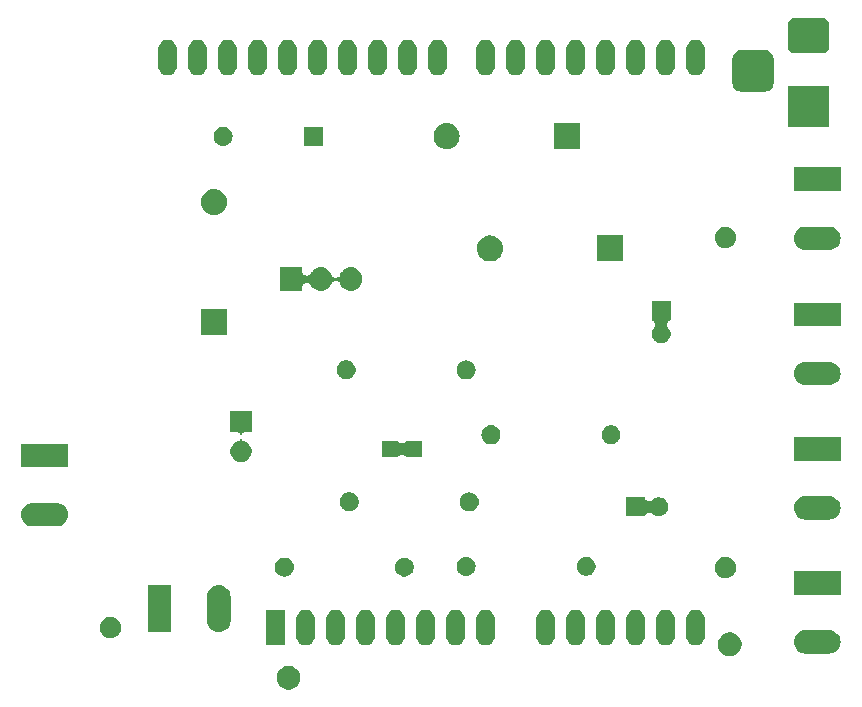
<source format=gbr>
G04 #@! TF.GenerationSoftware,KiCad,Pcbnew,5.0.2-bee76a0~70~ubuntu16.04.1*
G04 #@! TF.CreationDate,2019-09-09T00:06:54-05:00*
G04 #@! TF.ProjectId,sensor_machine,73656e73-6f72-45f6-9d61-6368696e652e,V1*
G04 #@! TF.SameCoordinates,Original*
G04 #@! TF.FileFunction,Soldermask,Bot*
G04 #@! TF.FilePolarity,Negative*
%FSLAX46Y46*%
G04 Gerber Fmt 4.6, Leading zero omitted, Abs format (unit mm)*
G04 Created by KiCad (PCBNEW 5.0.2-bee76a0~70~ubuntu16.04.1) date lun 09 sep 2019 00:06:54 -05*
%MOMM*%
%LPD*%
G01*
G04 APERTURE LIST*
%ADD10C,0.100000*%
G04 APERTURE END LIST*
D10*
G36*
X140512237Y-122787718D02*
X140694137Y-122863064D01*
X140857837Y-122972445D01*
X140997055Y-123111663D01*
X141106436Y-123275363D01*
X141181782Y-123457263D01*
X141220190Y-123650356D01*
X141220190Y-123847244D01*
X141181782Y-124040337D01*
X141106436Y-124222237D01*
X140997055Y-124385937D01*
X140857837Y-124525155D01*
X140694137Y-124634536D01*
X140512237Y-124709882D01*
X140319144Y-124748290D01*
X140122256Y-124748290D01*
X139929163Y-124709882D01*
X139747263Y-124634536D01*
X139583563Y-124525155D01*
X139444345Y-124385937D01*
X139334964Y-124222237D01*
X139259618Y-124040337D01*
X139221210Y-123847244D01*
X139221210Y-123650356D01*
X139259618Y-123457263D01*
X139334964Y-123275363D01*
X139444345Y-123111663D01*
X139583563Y-122972445D01*
X139747263Y-122863064D01*
X139929163Y-122787718D01*
X140122256Y-122749310D01*
X140319144Y-122749310D01*
X140512237Y-122787718D01*
X140512237Y-122787718D01*
G37*
G36*
X177875637Y-119942918D02*
X178057537Y-120018264D01*
X178221237Y-120127645D01*
X178360455Y-120266863D01*
X178469836Y-120430563D01*
X178545182Y-120612463D01*
X178583590Y-120805556D01*
X178583590Y-121002444D01*
X178545182Y-121195537D01*
X178469836Y-121377437D01*
X178360455Y-121541137D01*
X178221237Y-121680355D01*
X178057537Y-121789736D01*
X177875637Y-121865082D01*
X177682544Y-121903490D01*
X177485656Y-121903490D01*
X177292563Y-121865082D01*
X177110663Y-121789736D01*
X176946963Y-121680355D01*
X176807745Y-121541137D01*
X176698364Y-121377437D01*
X176623018Y-121195537D01*
X176584610Y-121002444D01*
X176584610Y-120805556D01*
X176623018Y-120612463D01*
X176698364Y-120430563D01*
X176807745Y-120266863D01*
X176946963Y-120127645D01*
X177110663Y-120018264D01*
X177292563Y-119942918D01*
X177485656Y-119904510D01*
X177682544Y-119904510D01*
X177875637Y-119942918D01*
X177875637Y-119942918D01*
G37*
G36*
X186172274Y-119734025D02*
X186358890Y-119790634D01*
X186530876Y-119882562D01*
X186681623Y-120006277D01*
X186805338Y-120157024D01*
X186897266Y-120329010D01*
X186897267Y-120329013D01*
X186903975Y-120351126D01*
X186953875Y-120515626D01*
X186972990Y-120709700D01*
X186953875Y-120903774D01*
X186897266Y-121090390D01*
X186805338Y-121262376D01*
X186681623Y-121413123D01*
X186530876Y-121536838D01*
X186358890Y-121628766D01*
X186172274Y-121685375D01*
X186026833Y-121699700D01*
X183949567Y-121699700D01*
X183804126Y-121685375D01*
X183617510Y-121628766D01*
X183445524Y-121536838D01*
X183294777Y-121413123D01*
X183171062Y-121262376D01*
X183079134Y-121090390D01*
X183022525Y-120903774D01*
X183003410Y-120709700D01*
X183022525Y-120515626D01*
X183072425Y-120351126D01*
X183079133Y-120329013D01*
X183079134Y-120329010D01*
X183171062Y-120157024D01*
X183294777Y-120006277D01*
X183445524Y-119882562D01*
X183617510Y-119790634D01*
X183804126Y-119734025D01*
X183949567Y-119719700D01*
X186026833Y-119719700D01*
X186172274Y-119734025D01*
X186172274Y-119734025D01*
G37*
G36*
X151972626Y-118005875D02*
X152123428Y-118051621D01*
X152262406Y-118125906D01*
X152384222Y-118225878D01*
X152484194Y-118347694D01*
X152558479Y-118486672D01*
X152604225Y-118637474D01*
X152615800Y-118755002D01*
X152615800Y-120233598D01*
X152604225Y-120351126D01*
X152558479Y-120501928D01*
X152484194Y-120640906D01*
X152384221Y-120762724D01*
X152262408Y-120862692D01*
X152123427Y-120936979D01*
X151972625Y-120982725D01*
X151815799Y-120998171D01*
X151658974Y-120982725D01*
X151508172Y-120936979D01*
X151369194Y-120862694D01*
X151247376Y-120762721D01*
X151147408Y-120640908D01*
X151073121Y-120501927D01*
X151027375Y-120351125D01*
X151015800Y-120233597D01*
X151015800Y-118755002D01*
X151027375Y-118637474D01*
X151073121Y-118486671D01*
X151147405Y-118347696D01*
X151247379Y-118225878D01*
X151369195Y-118125906D01*
X151508173Y-118051621D01*
X151658975Y-118005875D01*
X151815801Y-117990429D01*
X151972626Y-118005875D01*
X151972626Y-118005875D01*
G37*
G36*
X154512626Y-118005875D02*
X154663428Y-118051621D01*
X154802406Y-118125906D01*
X154924222Y-118225878D01*
X155024194Y-118347694D01*
X155098479Y-118486672D01*
X155144225Y-118637474D01*
X155155800Y-118755002D01*
X155155800Y-120233598D01*
X155144225Y-120351126D01*
X155098479Y-120501928D01*
X155024194Y-120640906D01*
X154924221Y-120762724D01*
X154802408Y-120862692D01*
X154663427Y-120936979D01*
X154512625Y-120982725D01*
X154355799Y-120998171D01*
X154198974Y-120982725D01*
X154048172Y-120936979D01*
X153909194Y-120862694D01*
X153787376Y-120762721D01*
X153687408Y-120640908D01*
X153613121Y-120501927D01*
X153567375Y-120351125D01*
X153555800Y-120233597D01*
X153555800Y-118755002D01*
X153567375Y-118637474D01*
X153613121Y-118486671D01*
X153687405Y-118347696D01*
X153787379Y-118225878D01*
X153909195Y-118125906D01*
X154048173Y-118051621D01*
X154198975Y-118005875D01*
X154355801Y-117990429D01*
X154512626Y-118005875D01*
X154512626Y-118005875D01*
G37*
G36*
X157052626Y-118005875D02*
X157203428Y-118051621D01*
X157342406Y-118125906D01*
X157464222Y-118225878D01*
X157564194Y-118347694D01*
X157638479Y-118486672D01*
X157684225Y-118637474D01*
X157695800Y-118755002D01*
X157695800Y-120233598D01*
X157684225Y-120351126D01*
X157638479Y-120501928D01*
X157564194Y-120640906D01*
X157464221Y-120762724D01*
X157342408Y-120862692D01*
X157203427Y-120936979D01*
X157052625Y-120982725D01*
X156895799Y-120998171D01*
X156738974Y-120982725D01*
X156588172Y-120936979D01*
X156449194Y-120862694D01*
X156327376Y-120762721D01*
X156227408Y-120640908D01*
X156153121Y-120501927D01*
X156107375Y-120351125D01*
X156095800Y-120233597D01*
X156095800Y-118755002D01*
X156107375Y-118637474D01*
X156153121Y-118486671D01*
X156227405Y-118347696D01*
X156327379Y-118225878D01*
X156449195Y-118125906D01*
X156588173Y-118051621D01*
X156738975Y-118005875D01*
X156895801Y-117990429D01*
X157052626Y-118005875D01*
X157052626Y-118005875D01*
G37*
G36*
X164672626Y-118005875D02*
X164823428Y-118051621D01*
X164962406Y-118125906D01*
X165084222Y-118225878D01*
X165184194Y-118347694D01*
X165258479Y-118486672D01*
X165304225Y-118637474D01*
X165315800Y-118755002D01*
X165315800Y-120233598D01*
X165304225Y-120351126D01*
X165258479Y-120501928D01*
X165184194Y-120640906D01*
X165084221Y-120762724D01*
X164962408Y-120862692D01*
X164823427Y-120936979D01*
X164672625Y-120982725D01*
X164515799Y-120998171D01*
X164358974Y-120982725D01*
X164208172Y-120936979D01*
X164069194Y-120862694D01*
X163947376Y-120762721D01*
X163847408Y-120640908D01*
X163773121Y-120501927D01*
X163727375Y-120351125D01*
X163715800Y-120233597D01*
X163715800Y-118755002D01*
X163727375Y-118637474D01*
X163773121Y-118486671D01*
X163847405Y-118347696D01*
X163947379Y-118225878D01*
X164069195Y-118125906D01*
X164208173Y-118051621D01*
X164358975Y-118005875D01*
X164515801Y-117990429D01*
X164672626Y-118005875D01*
X164672626Y-118005875D01*
G37*
G36*
X149432626Y-118005875D02*
X149583428Y-118051621D01*
X149722406Y-118125906D01*
X149844222Y-118225878D01*
X149944194Y-118347694D01*
X150018479Y-118486672D01*
X150064225Y-118637474D01*
X150075800Y-118755002D01*
X150075800Y-120233598D01*
X150064225Y-120351126D01*
X150018479Y-120501928D01*
X149944194Y-120640906D01*
X149844221Y-120762724D01*
X149722408Y-120862692D01*
X149583427Y-120936979D01*
X149432625Y-120982725D01*
X149275799Y-120998171D01*
X149118974Y-120982725D01*
X148968172Y-120936979D01*
X148829194Y-120862694D01*
X148707376Y-120762721D01*
X148607408Y-120640908D01*
X148533121Y-120501927D01*
X148487375Y-120351125D01*
X148475800Y-120233597D01*
X148475800Y-118755002D01*
X148487375Y-118637474D01*
X148533121Y-118486671D01*
X148607405Y-118347696D01*
X148707379Y-118225878D01*
X148829195Y-118125906D01*
X148968173Y-118051621D01*
X149118975Y-118005875D01*
X149275801Y-117990429D01*
X149432626Y-118005875D01*
X149432626Y-118005875D01*
G37*
G36*
X144352626Y-118005875D02*
X144503428Y-118051621D01*
X144642406Y-118125906D01*
X144764222Y-118225878D01*
X144864194Y-118347694D01*
X144938479Y-118486672D01*
X144984225Y-118637474D01*
X144995800Y-118755002D01*
X144995800Y-120233598D01*
X144984225Y-120351126D01*
X144938479Y-120501928D01*
X144864194Y-120640906D01*
X144764221Y-120762724D01*
X144642408Y-120862692D01*
X144503427Y-120936979D01*
X144352625Y-120982725D01*
X144195799Y-120998171D01*
X144038974Y-120982725D01*
X143888172Y-120936979D01*
X143749194Y-120862694D01*
X143627376Y-120762721D01*
X143527408Y-120640908D01*
X143453121Y-120501927D01*
X143407375Y-120351125D01*
X143395800Y-120233597D01*
X143395800Y-118755002D01*
X143407375Y-118637474D01*
X143453121Y-118486671D01*
X143527405Y-118347696D01*
X143627379Y-118225878D01*
X143749195Y-118125906D01*
X143888173Y-118051621D01*
X144038975Y-118005875D01*
X144195801Y-117990429D01*
X144352626Y-118005875D01*
X144352626Y-118005875D01*
G37*
G36*
X162132626Y-118005875D02*
X162283428Y-118051621D01*
X162422406Y-118125906D01*
X162544222Y-118225878D01*
X162644194Y-118347694D01*
X162718479Y-118486672D01*
X162764225Y-118637474D01*
X162775800Y-118755002D01*
X162775800Y-120233598D01*
X162764225Y-120351126D01*
X162718479Y-120501928D01*
X162644194Y-120640906D01*
X162544221Y-120762724D01*
X162422408Y-120862692D01*
X162283427Y-120936979D01*
X162132625Y-120982725D01*
X161975799Y-120998171D01*
X161818974Y-120982725D01*
X161668172Y-120936979D01*
X161529194Y-120862694D01*
X161407376Y-120762721D01*
X161307408Y-120640908D01*
X161233121Y-120501927D01*
X161187375Y-120351125D01*
X161175800Y-120233597D01*
X161175800Y-118755002D01*
X161187375Y-118637474D01*
X161233121Y-118486671D01*
X161307405Y-118347696D01*
X161407379Y-118225878D01*
X161529195Y-118125906D01*
X161668173Y-118051621D01*
X161818975Y-118005875D01*
X161975801Y-117990429D01*
X162132626Y-118005875D01*
X162132626Y-118005875D01*
G37*
G36*
X167212626Y-118005875D02*
X167363428Y-118051621D01*
X167502406Y-118125906D01*
X167624222Y-118225878D01*
X167724194Y-118347694D01*
X167798479Y-118486672D01*
X167844225Y-118637474D01*
X167855800Y-118755002D01*
X167855800Y-120233598D01*
X167844225Y-120351126D01*
X167798479Y-120501928D01*
X167724194Y-120640906D01*
X167624221Y-120762724D01*
X167502408Y-120862692D01*
X167363427Y-120936979D01*
X167212625Y-120982725D01*
X167055799Y-120998171D01*
X166898974Y-120982725D01*
X166748172Y-120936979D01*
X166609194Y-120862694D01*
X166487376Y-120762721D01*
X166387408Y-120640908D01*
X166313121Y-120501927D01*
X166267375Y-120351125D01*
X166255800Y-120233597D01*
X166255800Y-118755002D01*
X166267375Y-118637474D01*
X166313121Y-118486671D01*
X166387405Y-118347696D01*
X166487379Y-118225878D01*
X166609195Y-118125906D01*
X166748173Y-118051621D01*
X166898975Y-118005875D01*
X167055801Y-117990429D01*
X167212626Y-118005875D01*
X167212626Y-118005875D01*
G37*
G36*
X169752626Y-118005875D02*
X169903428Y-118051621D01*
X170042406Y-118125906D01*
X170164222Y-118225878D01*
X170264194Y-118347694D01*
X170338479Y-118486672D01*
X170384225Y-118637474D01*
X170395800Y-118755002D01*
X170395800Y-120233598D01*
X170384225Y-120351126D01*
X170338479Y-120501928D01*
X170264194Y-120640906D01*
X170164221Y-120762724D01*
X170042408Y-120862692D01*
X169903427Y-120936979D01*
X169752625Y-120982725D01*
X169595799Y-120998171D01*
X169438974Y-120982725D01*
X169288172Y-120936979D01*
X169149194Y-120862694D01*
X169027376Y-120762721D01*
X168927408Y-120640908D01*
X168853121Y-120501927D01*
X168807375Y-120351125D01*
X168795800Y-120233597D01*
X168795800Y-118755002D01*
X168807375Y-118637474D01*
X168853121Y-118486671D01*
X168927405Y-118347696D01*
X169027379Y-118225878D01*
X169149195Y-118125906D01*
X169288173Y-118051621D01*
X169438975Y-118005875D01*
X169595801Y-117990429D01*
X169752626Y-118005875D01*
X169752626Y-118005875D01*
G37*
G36*
X172292626Y-118005875D02*
X172443428Y-118051621D01*
X172582406Y-118125906D01*
X172704222Y-118225878D01*
X172804194Y-118347694D01*
X172878479Y-118486672D01*
X172924225Y-118637474D01*
X172935800Y-118755002D01*
X172935800Y-120233598D01*
X172924225Y-120351126D01*
X172878479Y-120501928D01*
X172804194Y-120640906D01*
X172704221Y-120762724D01*
X172582408Y-120862692D01*
X172443427Y-120936979D01*
X172292625Y-120982725D01*
X172135799Y-120998171D01*
X171978974Y-120982725D01*
X171828172Y-120936979D01*
X171689194Y-120862694D01*
X171567376Y-120762721D01*
X171467408Y-120640908D01*
X171393121Y-120501927D01*
X171347375Y-120351125D01*
X171335800Y-120233597D01*
X171335800Y-118755002D01*
X171347375Y-118637474D01*
X171393121Y-118486671D01*
X171467405Y-118347696D01*
X171567379Y-118225878D01*
X171689195Y-118125906D01*
X171828173Y-118051621D01*
X171978975Y-118005875D01*
X172135801Y-117990429D01*
X172292626Y-118005875D01*
X172292626Y-118005875D01*
G37*
G36*
X174832626Y-118005875D02*
X174983428Y-118051621D01*
X175122406Y-118125906D01*
X175244222Y-118225878D01*
X175344194Y-118347694D01*
X175418479Y-118486672D01*
X175464225Y-118637474D01*
X175475800Y-118755002D01*
X175475800Y-120233598D01*
X175464225Y-120351126D01*
X175418479Y-120501928D01*
X175344194Y-120640906D01*
X175244221Y-120762724D01*
X175122408Y-120862692D01*
X174983427Y-120936979D01*
X174832625Y-120982725D01*
X174675799Y-120998171D01*
X174518974Y-120982725D01*
X174368172Y-120936979D01*
X174229194Y-120862694D01*
X174107376Y-120762721D01*
X174007408Y-120640908D01*
X173933121Y-120501927D01*
X173887375Y-120351125D01*
X173875800Y-120233597D01*
X173875800Y-118755002D01*
X173887375Y-118637474D01*
X173933121Y-118486671D01*
X174007405Y-118347696D01*
X174107379Y-118225878D01*
X174229195Y-118125906D01*
X174368173Y-118051621D01*
X174518975Y-118005875D01*
X174675801Y-117990429D01*
X174832626Y-118005875D01*
X174832626Y-118005875D01*
G37*
G36*
X141812626Y-118005875D02*
X141963428Y-118051621D01*
X142102406Y-118125906D01*
X142224222Y-118225878D01*
X142324194Y-118347694D01*
X142398479Y-118486672D01*
X142444225Y-118637474D01*
X142455800Y-118755002D01*
X142455800Y-120233598D01*
X142444225Y-120351126D01*
X142398479Y-120501928D01*
X142324194Y-120640906D01*
X142224221Y-120762724D01*
X142102408Y-120862692D01*
X141963427Y-120936979D01*
X141812625Y-120982725D01*
X141655799Y-120998171D01*
X141498974Y-120982725D01*
X141348172Y-120936979D01*
X141209194Y-120862694D01*
X141087376Y-120762721D01*
X140987408Y-120640908D01*
X140913121Y-120501927D01*
X140867375Y-120351125D01*
X140855800Y-120233597D01*
X140855800Y-118755002D01*
X140867375Y-118637474D01*
X140913121Y-118486671D01*
X140987405Y-118347696D01*
X141087379Y-118225878D01*
X141209195Y-118125906D01*
X141348173Y-118051621D01*
X141498975Y-118005875D01*
X141655801Y-117990429D01*
X141812626Y-118005875D01*
X141812626Y-118005875D01*
G37*
G36*
X146892626Y-118005875D02*
X147043428Y-118051621D01*
X147182406Y-118125906D01*
X147304222Y-118225878D01*
X147404194Y-118347694D01*
X147478479Y-118486672D01*
X147524225Y-118637474D01*
X147535800Y-118755002D01*
X147535800Y-120233598D01*
X147524225Y-120351126D01*
X147478479Y-120501928D01*
X147404194Y-120640906D01*
X147304221Y-120762724D01*
X147182408Y-120862692D01*
X147043427Y-120936979D01*
X146892625Y-120982725D01*
X146735799Y-120998171D01*
X146578974Y-120982725D01*
X146428172Y-120936979D01*
X146289194Y-120862694D01*
X146167376Y-120762721D01*
X146067408Y-120640908D01*
X145993121Y-120501927D01*
X145947375Y-120351125D01*
X145935800Y-120233597D01*
X145935800Y-118755002D01*
X145947375Y-118637474D01*
X145993121Y-118486671D01*
X146067405Y-118347696D01*
X146167379Y-118225878D01*
X146289195Y-118125906D01*
X146428173Y-118051621D01*
X146578975Y-118005875D01*
X146735801Y-117990429D01*
X146892626Y-118005875D01*
X146892626Y-118005875D01*
G37*
G36*
X139915800Y-120994300D02*
X138315800Y-120994300D01*
X138315800Y-117994300D01*
X139915800Y-117994300D01*
X139915800Y-120994300D01*
X139915800Y-120994300D01*
G37*
G36*
X125405400Y-118638502D02*
X125405402Y-118638503D01*
X125405403Y-118638503D01*
X125567373Y-118705593D01*
X125567374Y-118705594D01*
X125567377Y-118705595D01*
X125713139Y-118802989D01*
X125837111Y-118926961D01*
X125934505Y-119072723D01*
X126001598Y-119234700D01*
X126007583Y-119264790D01*
X126035800Y-119406643D01*
X126035800Y-119581957D01*
X126001597Y-119753903D01*
X125939214Y-119904510D01*
X125934505Y-119915877D01*
X125837111Y-120061639D01*
X125713139Y-120185611D01*
X125567377Y-120283005D01*
X125567374Y-120283006D01*
X125567373Y-120283007D01*
X125405403Y-120350097D01*
X125405402Y-120350097D01*
X125405400Y-120350098D01*
X125233458Y-120384300D01*
X125058142Y-120384300D01*
X124886200Y-120350098D01*
X124886198Y-120350097D01*
X124886197Y-120350097D01*
X124724227Y-120283007D01*
X124724226Y-120283006D01*
X124724223Y-120283005D01*
X124578461Y-120185611D01*
X124454489Y-120061639D01*
X124357095Y-119915877D01*
X124352387Y-119904510D01*
X124290003Y-119753903D01*
X124255800Y-119581957D01*
X124255800Y-119406643D01*
X124284017Y-119264790D01*
X124290002Y-119234700D01*
X124357095Y-119072723D01*
X124454489Y-118926961D01*
X124578461Y-118802989D01*
X124724223Y-118705595D01*
X124724226Y-118705594D01*
X124724227Y-118705593D01*
X124886197Y-118638503D01*
X124886198Y-118638503D01*
X124886200Y-118638502D01*
X125058142Y-118604300D01*
X125233458Y-118604300D01*
X125405400Y-118638502D01*
X125405400Y-118638502D01*
G37*
G36*
X134518173Y-115928425D02*
X134704789Y-115985034D01*
X134876776Y-116076962D01*
X135027523Y-116200677D01*
X135151238Y-116351424D01*
X135243166Y-116523410D01*
X135299775Y-116710026D01*
X135314100Y-116855467D01*
X135314100Y-118932733D01*
X135299775Y-119078174D01*
X135243166Y-119264790D01*
X135151238Y-119436776D01*
X135027523Y-119587523D01*
X134876776Y-119711238D01*
X134704790Y-119803166D01*
X134518174Y-119859775D01*
X134324100Y-119878890D01*
X134130027Y-119859775D01*
X133943411Y-119803166D01*
X133771425Y-119711238D01*
X133620678Y-119587523D01*
X133496963Y-119436776D01*
X133405035Y-119264790D01*
X133348426Y-119078174D01*
X133334101Y-118932733D01*
X133334100Y-116855468D01*
X133348425Y-116710027D01*
X133405034Y-116523411D01*
X133496962Y-116351424D01*
X133620677Y-116200677D01*
X133771424Y-116076962D01*
X133943410Y-115985034D01*
X134130026Y-115928425D01*
X134324100Y-115909310D01*
X134518173Y-115928425D01*
X134518173Y-115928425D01*
G37*
G36*
X130314100Y-119874100D02*
X128334100Y-119874100D01*
X128334100Y-115914100D01*
X130314100Y-115914100D01*
X130314100Y-119874100D01*
X130314100Y-119874100D01*
G37*
G36*
X186968200Y-116699700D02*
X183008200Y-116699700D01*
X183008200Y-114719700D01*
X186968200Y-114719700D01*
X186968200Y-116699700D01*
X186968200Y-116699700D01*
G37*
G36*
X177475400Y-113558502D02*
X177475402Y-113558503D01*
X177475403Y-113558503D01*
X177637373Y-113625593D01*
X177637374Y-113625594D01*
X177637377Y-113625595D01*
X177783139Y-113722989D01*
X177907111Y-113846961D01*
X178004505Y-113992723D01*
X178004506Y-113992726D01*
X178004507Y-113992727D01*
X178009620Y-114005072D01*
X178071598Y-114154700D01*
X178105800Y-114326642D01*
X178105800Y-114501957D01*
X178071597Y-114673903D01*
X178009920Y-114822806D01*
X178004505Y-114835877D01*
X177907111Y-114981639D01*
X177783139Y-115105611D01*
X177637377Y-115203005D01*
X177637374Y-115203006D01*
X177637373Y-115203007D01*
X177475403Y-115270097D01*
X177475402Y-115270097D01*
X177475400Y-115270098D01*
X177303458Y-115304300D01*
X177128142Y-115304300D01*
X176956200Y-115270098D01*
X176956198Y-115270097D01*
X176956197Y-115270097D01*
X176794227Y-115203007D01*
X176794226Y-115203006D01*
X176794223Y-115203005D01*
X176648461Y-115105611D01*
X176524489Y-114981639D01*
X176427095Y-114835877D01*
X176421681Y-114822806D01*
X176360003Y-114673903D01*
X176325800Y-114501957D01*
X176325800Y-114326642D01*
X176360002Y-114154700D01*
X176421980Y-114005072D01*
X176427093Y-113992727D01*
X176427094Y-113992726D01*
X176427095Y-113992723D01*
X176524489Y-113846961D01*
X176648461Y-113722989D01*
X176794223Y-113625595D01*
X176794226Y-113625594D01*
X176794227Y-113625593D01*
X176956197Y-113558503D01*
X176956198Y-113558503D01*
X176956200Y-113558502D01*
X177128142Y-113524300D01*
X177303458Y-113524300D01*
X177475400Y-113558502D01*
X177475400Y-113558502D01*
G37*
G36*
X140021926Y-113587775D02*
X140172728Y-113633521D01*
X140311706Y-113707806D01*
X140433522Y-113807778D01*
X140533494Y-113929594D01*
X140607779Y-114068572D01*
X140653525Y-114219374D01*
X140668971Y-114376200D01*
X140653525Y-114533026D01*
X140607779Y-114683828D01*
X140533494Y-114822806D01*
X140433522Y-114944622D01*
X140311706Y-115044594D01*
X140172728Y-115118879D01*
X140021926Y-115164625D01*
X139904398Y-115176200D01*
X139825802Y-115176200D01*
X139708274Y-115164625D01*
X139557472Y-115118879D01*
X139418494Y-115044594D01*
X139296678Y-114944622D01*
X139196706Y-114822806D01*
X139122421Y-114683828D01*
X139076675Y-114533026D01*
X139061229Y-114376200D01*
X139076675Y-114219374D01*
X139122421Y-114068572D01*
X139196706Y-113929594D01*
X139296678Y-113807778D01*
X139418494Y-113707806D01*
X139557472Y-113633521D01*
X139708274Y-113587775D01*
X139825802Y-113576200D01*
X139904398Y-113576200D01*
X140021926Y-113587775D01*
X140021926Y-113587775D01*
G37*
G36*
X150258451Y-113606943D02*
X150404042Y-113667249D01*
X150535070Y-113754799D01*
X150646501Y-113866230D01*
X150734051Y-113997258D01*
X150794357Y-114142849D01*
X150825100Y-114297407D01*
X150825100Y-114454993D01*
X150794357Y-114609551D01*
X150734051Y-114755142D01*
X150646501Y-114886170D01*
X150535070Y-114997601D01*
X150404042Y-115085151D01*
X150258451Y-115145457D01*
X150103893Y-115176200D01*
X149946307Y-115176200D01*
X149791749Y-115145457D01*
X149646158Y-115085151D01*
X149515130Y-114997601D01*
X149403699Y-114886170D01*
X149316149Y-114755142D01*
X149255843Y-114609551D01*
X149225100Y-114454993D01*
X149225100Y-114297407D01*
X149255843Y-114142849D01*
X149316149Y-113997258D01*
X149403699Y-113866230D01*
X149515130Y-113754799D01*
X149646158Y-113667249D01*
X149791749Y-113606943D01*
X149946307Y-113576200D01*
X150103893Y-113576200D01*
X150258451Y-113606943D01*
X150258451Y-113606943D01*
G37*
G36*
X165650851Y-113543443D02*
X165796442Y-113603749D01*
X165927470Y-113691299D01*
X166038901Y-113802730D01*
X166126451Y-113933758D01*
X166186757Y-114079349D01*
X166217500Y-114233907D01*
X166217500Y-114391493D01*
X166186757Y-114546051D01*
X166126451Y-114691642D01*
X166038901Y-114822670D01*
X165927470Y-114934101D01*
X165796442Y-115021651D01*
X165650851Y-115081957D01*
X165496293Y-115112700D01*
X165338707Y-115112700D01*
X165184149Y-115081957D01*
X165038558Y-115021651D01*
X164907530Y-114934101D01*
X164796099Y-114822670D01*
X164708549Y-114691642D01*
X164648243Y-114546051D01*
X164617500Y-114391493D01*
X164617500Y-114233907D01*
X164648243Y-114079349D01*
X164708549Y-113933758D01*
X164796099Y-113802730D01*
X164907530Y-113691299D01*
X165038558Y-113603749D01*
X165184149Y-113543443D01*
X165338707Y-113512700D01*
X165496293Y-113512700D01*
X165650851Y-113543443D01*
X165650851Y-113543443D01*
G37*
G36*
X155414326Y-113524275D02*
X155565128Y-113570021D01*
X155704106Y-113644306D01*
X155825922Y-113744278D01*
X155925894Y-113866094D01*
X156000179Y-114005072D01*
X156045925Y-114155874D01*
X156061371Y-114312700D01*
X156045925Y-114469526D01*
X156000179Y-114620328D01*
X155925894Y-114759306D01*
X155825922Y-114881122D01*
X155704106Y-114981094D01*
X155565128Y-115055379D01*
X155414326Y-115101125D01*
X155296798Y-115112700D01*
X155218202Y-115112700D01*
X155100674Y-115101125D01*
X154949872Y-115055379D01*
X154810894Y-114981094D01*
X154689078Y-114881122D01*
X154589106Y-114759306D01*
X154514821Y-114620328D01*
X154469075Y-114469526D01*
X154453629Y-114312700D01*
X154469075Y-114155874D01*
X154514821Y-114005072D01*
X154589106Y-113866094D01*
X154689078Y-113744278D01*
X154810894Y-113644306D01*
X154949872Y-113570021D01*
X155100674Y-113524275D01*
X155218202Y-113512700D01*
X155296798Y-113512700D01*
X155414326Y-113524275D01*
X155414326Y-113524275D01*
G37*
G36*
X120754574Y-108964425D02*
X120754577Y-108964426D01*
X120899957Y-109008526D01*
X120941190Y-109021034D01*
X121113176Y-109112962D01*
X121263923Y-109236677D01*
X121387638Y-109387424D01*
X121479566Y-109559410D01*
X121479567Y-109559413D01*
X121480556Y-109562674D01*
X121536175Y-109746026D01*
X121555290Y-109940100D01*
X121536175Y-110134174D01*
X121479566Y-110320790D01*
X121387638Y-110492776D01*
X121263923Y-110643523D01*
X121113176Y-110767238D01*
X120941190Y-110859166D01*
X120754574Y-110915775D01*
X120609133Y-110930100D01*
X118531867Y-110930100D01*
X118386426Y-110915775D01*
X118199810Y-110859166D01*
X118027824Y-110767238D01*
X117877077Y-110643523D01*
X117753362Y-110492776D01*
X117661434Y-110320790D01*
X117604825Y-110134174D01*
X117585710Y-109940100D01*
X117604825Y-109746026D01*
X117660444Y-109562674D01*
X117661433Y-109559413D01*
X117661434Y-109559410D01*
X117753362Y-109387424D01*
X117877077Y-109236677D01*
X118027824Y-109112962D01*
X118199810Y-109021034D01*
X118241044Y-109008526D01*
X118386423Y-108964426D01*
X118386426Y-108964425D01*
X118531867Y-108950100D01*
X120609133Y-108950100D01*
X120754574Y-108964425D01*
X120754574Y-108964425D01*
G37*
G36*
X186172274Y-108392925D02*
X186358890Y-108449534D01*
X186530876Y-108541462D01*
X186681623Y-108665177D01*
X186805338Y-108815924D01*
X186897266Y-108987910D01*
X186953875Y-109174526D01*
X186972990Y-109368600D01*
X186953875Y-109562674D01*
X186897266Y-109749290D01*
X186805338Y-109921276D01*
X186681623Y-110072023D01*
X186530876Y-110195738D01*
X186358890Y-110287666D01*
X186172274Y-110344275D01*
X186026833Y-110358600D01*
X183949567Y-110358600D01*
X183804126Y-110344275D01*
X183617510Y-110287666D01*
X183445524Y-110195738D01*
X183294777Y-110072023D01*
X183171062Y-109921276D01*
X183079134Y-109749290D01*
X183022525Y-109562674D01*
X183003410Y-109368600D01*
X183022525Y-109174526D01*
X183079134Y-108987910D01*
X183171062Y-108815924D01*
X183294777Y-108665177D01*
X183445524Y-108541462D01*
X183617510Y-108449534D01*
X183804126Y-108392925D01*
X183949567Y-108378600D01*
X186026833Y-108378600D01*
X186172274Y-108392925D01*
X186172274Y-108392925D01*
G37*
G36*
X170400848Y-108526817D02*
X170437812Y-108595972D01*
X170487557Y-108656587D01*
X170548172Y-108706332D01*
X170617327Y-108743296D01*
X170692364Y-108766058D01*
X170770400Y-108773744D01*
X170848436Y-108766058D01*
X170923473Y-108743296D01*
X170992628Y-108706332D01*
X171053237Y-108656592D01*
X171060430Y-108649399D01*
X171191458Y-108561849D01*
X171337049Y-108501543D01*
X171491607Y-108470800D01*
X171649193Y-108470800D01*
X171803751Y-108501543D01*
X171949342Y-108561849D01*
X172080370Y-108649399D01*
X172191801Y-108760830D01*
X172279351Y-108891858D01*
X172339657Y-109037449D01*
X172370400Y-109192007D01*
X172370400Y-109349593D01*
X172339657Y-109504151D01*
X172279351Y-109649742D01*
X172191801Y-109780770D01*
X172080370Y-109892201D01*
X171949342Y-109979751D01*
X171803751Y-110040057D01*
X171649193Y-110070800D01*
X171491607Y-110070800D01*
X171337049Y-110040057D01*
X171191458Y-109979751D01*
X171060430Y-109892201D01*
X171053237Y-109885008D01*
X170992628Y-109835268D01*
X170923473Y-109798304D01*
X170848436Y-109775542D01*
X170770400Y-109767856D01*
X170692364Y-109775542D01*
X170617327Y-109798304D01*
X170548172Y-109835268D01*
X170487557Y-109885013D01*
X170437812Y-109945628D01*
X170400848Y-110014783D01*
X170383856Y-110070800D01*
X168770400Y-110070800D01*
X168770400Y-108470800D01*
X170383856Y-108470800D01*
X170400848Y-108526817D01*
X170400848Y-108526817D01*
G37*
G36*
X145597551Y-108082443D02*
X145743142Y-108142749D01*
X145874170Y-108230299D01*
X145985601Y-108341730D01*
X146073151Y-108472758D01*
X146133457Y-108618349D01*
X146164200Y-108772907D01*
X146164200Y-108930493D01*
X146133457Y-109085051D01*
X146073151Y-109230642D01*
X145985601Y-109361670D01*
X145874170Y-109473101D01*
X145743142Y-109560651D01*
X145597551Y-109620957D01*
X145442993Y-109651700D01*
X145285407Y-109651700D01*
X145130849Y-109620957D01*
X144985258Y-109560651D01*
X144854230Y-109473101D01*
X144742799Y-109361670D01*
X144655249Y-109230642D01*
X144594943Y-109085051D01*
X144564200Y-108930493D01*
X144564200Y-108772907D01*
X144594943Y-108618349D01*
X144655249Y-108472758D01*
X144742799Y-108341730D01*
X144854230Y-108230299D01*
X144985258Y-108142749D01*
X145130849Y-108082443D01*
X145285407Y-108051700D01*
X145442993Y-108051700D01*
X145597551Y-108082443D01*
X145597551Y-108082443D01*
G37*
G36*
X155681026Y-108063275D02*
X155831828Y-108109021D01*
X155970806Y-108183306D01*
X156092622Y-108283278D01*
X156192594Y-108405094D01*
X156266879Y-108544072D01*
X156312625Y-108694874D01*
X156328071Y-108851700D01*
X156312625Y-109008526D01*
X156266879Y-109159328D01*
X156192594Y-109298306D01*
X156092622Y-109420122D01*
X155970806Y-109520094D01*
X155831828Y-109594379D01*
X155681026Y-109640125D01*
X155563498Y-109651700D01*
X155484902Y-109651700D01*
X155367374Y-109640125D01*
X155216572Y-109594379D01*
X155077594Y-109520094D01*
X154955778Y-109420122D01*
X154855806Y-109298306D01*
X154781521Y-109159328D01*
X154735775Y-109008526D01*
X154720329Y-108851700D01*
X154735775Y-108694874D01*
X154781521Y-108544072D01*
X154855806Y-108405094D01*
X154955778Y-108283278D01*
X155077594Y-108183306D01*
X155216572Y-108109021D01*
X155367374Y-108063275D01*
X155484902Y-108051700D01*
X155563498Y-108051700D01*
X155681026Y-108063275D01*
X155681026Y-108063275D01*
G37*
G36*
X121550500Y-105930100D02*
X117590500Y-105930100D01*
X117590500Y-103950100D01*
X121550500Y-103950100D01*
X121550500Y-105930100D01*
X121550500Y-105930100D01*
G37*
G36*
X137107500Y-102944500D02*
X136610939Y-102944500D01*
X136532903Y-102952186D01*
X136457866Y-102974948D01*
X136388711Y-103011912D01*
X136328096Y-103061657D01*
X136278351Y-103122272D01*
X136241387Y-103191427D01*
X136218625Y-103266464D01*
X136210939Y-103344500D01*
X136218625Y-103422536D01*
X136241387Y-103497573D01*
X136278351Y-103566728D01*
X136328096Y-103627343D01*
X136388711Y-103677088D01*
X136457866Y-103714052D01*
X136470018Y-103719086D01*
X136470020Y-103719086D01*
X136633810Y-103786930D01*
X136781217Y-103885424D01*
X136906576Y-104010783D01*
X137005070Y-104158190D01*
X137072914Y-104321980D01*
X137107500Y-104495858D01*
X137107500Y-104673142D01*
X137072914Y-104847020D01*
X137005070Y-105010810D01*
X136906576Y-105158217D01*
X136781217Y-105283576D01*
X136633810Y-105382070D01*
X136470020Y-105449914D01*
X136354101Y-105472971D01*
X136296143Y-105484500D01*
X136118857Y-105484500D01*
X136060899Y-105472971D01*
X135944980Y-105449914D01*
X135781190Y-105382070D01*
X135633783Y-105283576D01*
X135508424Y-105158217D01*
X135409930Y-105010810D01*
X135342086Y-104847020D01*
X135307500Y-104673142D01*
X135307500Y-104495858D01*
X135342086Y-104321980D01*
X135409930Y-104158190D01*
X135508424Y-104010783D01*
X135633783Y-103885424D01*
X135781190Y-103786930D01*
X135944980Y-103719086D01*
X135944982Y-103719086D01*
X135957134Y-103714052D01*
X136026289Y-103677088D01*
X136086904Y-103627343D01*
X136136649Y-103566728D01*
X136173613Y-103497573D01*
X136196375Y-103422536D01*
X136204061Y-103344500D01*
X136196375Y-103266464D01*
X136173613Y-103191427D01*
X136136649Y-103122272D01*
X136086904Y-103061657D01*
X136026289Y-103011912D01*
X135957134Y-102974948D01*
X135882097Y-102952186D01*
X135804061Y-102944500D01*
X135307500Y-102944500D01*
X135307500Y-101144500D01*
X137107500Y-101144500D01*
X137107500Y-102944500D01*
X137107500Y-102944500D01*
G37*
G36*
X186968200Y-105358600D02*
X183008200Y-105358600D01*
X183008200Y-103378600D01*
X186968200Y-103378600D01*
X186968200Y-105358600D01*
X186968200Y-105358600D01*
G37*
G36*
X149446921Y-103684685D02*
X149461082Y-103688981D01*
X149474123Y-103695952D01*
X149485561Y-103705339D01*
X149512595Y-103738279D01*
X149525390Y-103757429D01*
X149580836Y-103812878D01*
X149646034Y-103856443D01*
X149718478Y-103886453D01*
X149795384Y-103901752D01*
X149873798Y-103901754D01*
X149950705Y-103886458D01*
X150023151Y-103856452D01*
X150088350Y-103812889D01*
X150143799Y-103757443D01*
X150156599Y-103738287D01*
X150183639Y-103705339D01*
X150195077Y-103695952D01*
X150208118Y-103688981D01*
X150222279Y-103684685D01*
X150256651Y-103681300D01*
X151462549Y-103681300D01*
X151496921Y-103684685D01*
X151511082Y-103688981D01*
X151524123Y-103695952D01*
X151535561Y-103705339D01*
X151544948Y-103716777D01*
X151551919Y-103729818D01*
X151556215Y-103743979D01*
X151559600Y-103778351D01*
X151559600Y-104984249D01*
X151556215Y-105018621D01*
X151551919Y-105032782D01*
X151544948Y-105045823D01*
X151535561Y-105057261D01*
X151524123Y-105066648D01*
X151511082Y-105073619D01*
X151496921Y-105077915D01*
X151462549Y-105081300D01*
X150256651Y-105081300D01*
X150222279Y-105077915D01*
X150208118Y-105073619D01*
X150195077Y-105066648D01*
X150183639Y-105057261D01*
X150156605Y-105024321D01*
X150143810Y-105005171D01*
X150088364Y-104949722D01*
X150023166Y-104906157D01*
X149950722Y-104876147D01*
X149873816Y-104860848D01*
X149795402Y-104860846D01*
X149718495Y-104876142D01*
X149646049Y-104906148D01*
X149580850Y-104949711D01*
X149525401Y-105005157D01*
X149512601Y-105024313D01*
X149485561Y-105057261D01*
X149474123Y-105066648D01*
X149461082Y-105073619D01*
X149446921Y-105077915D01*
X149412549Y-105081300D01*
X148206651Y-105081300D01*
X148172279Y-105077915D01*
X148158118Y-105073619D01*
X148145077Y-105066648D01*
X148133639Y-105057261D01*
X148124252Y-105045823D01*
X148117281Y-105032782D01*
X148112985Y-105018621D01*
X148109600Y-104984249D01*
X148109600Y-103778351D01*
X148112985Y-103743979D01*
X148117281Y-103729818D01*
X148124252Y-103716777D01*
X148133639Y-103705339D01*
X148145077Y-103695952D01*
X148158118Y-103688981D01*
X148172279Y-103684685D01*
X148206651Y-103681300D01*
X149412549Y-103681300D01*
X149446921Y-103684685D01*
X149446921Y-103684685D01*
G37*
G36*
X167759051Y-102405543D02*
X167904642Y-102465849D01*
X168035670Y-102553399D01*
X168147101Y-102664830D01*
X168234651Y-102795858D01*
X168294957Y-102941449D01*
X168325700Y-103096007D01*
X168325700Y-103253593D01*
X168294957Y-103408151D01*
X168234651Y-103553742D01*
X168147101Y-103684770D01*
X168035670Y-103796201D01*
X167904642Y-103883751D01*
X167759051Y-103944057D01*
X167604493Y-103974800D01*
X167446907Y-103974800D01*
X167292349Y-103944057D01*
X167146758Y-103883751D01*
X167015730Y-103796201D01*
X166904299Y-103684770D01*
X166816749Y-103553742D01*
X166756443Y-103408151D01*
X166725700Y-103253593D01*
X166725700Y-103096007D01*
X166756443Y-102941449D01*
X166816749Y-102795858D01*
X166904299Y-102664830D01*
X167015730Y-102553399D01*
X167146758Y-102465849D01*
X167292349Y-102405543D01*
X167446907Y-102374800D01*
X167604493Y-102374800D01*
X167759051Y-102405543D01*
X167759051Y-102405543D01*
G37*
G36*
X157522526Y-102386375D02*
X157673328Y-102432121D01*
X157812306Y-102506406D01*
X157934122Y-102606378D01*
X158034094Y-102728194D01*
X158108379Y-102867172D01*
X158154125Y-103017974D01*
X158169571Y-103174800D01*
X158154125Y-103331626D01*
X158108379Y-103482428D01*
X158034094Y-103621406D01*
X157934122Y-103743222D01*
X157812306Y-103843194D01*
X157673328Y-103917479D01*
X157522526Y-103963225D01*
X157404998Y-103974800D01*
X157326402Y-103974800D01*
X157208874Y-103963225D01*
X157058072Y-103917479D01*
X156919094Y-103843194D01*
X156797278Y-103743222D01*
X156697306Y-103621406D01*
X156623021Y-103482428D01*
X156577275Y-103331626D01*
X156561829Y-103174800D01*
X156577275Y-103017974D01*
X156623021Y-102867172D01*
X156697306Y-102728194D01*
X156797278Y-102606378D01*
X156919094Y-102506406D01*
X157058072Y-102432121D01*
X157208874Y-102386375D01*
X157326402Y-102374800D01*
X157404998Y-102374800D01*
X157522526Y-102386375D01*
X157522526Y-102386375D01*
G37*
G36*
X186172274Y-97013725D02*
X186358890Y-97070334D01*
X186530876Y-97162262D01*
X186681623Y-97285977D01*
X186805338Y-97436724D01*
X186897266Y-97608710D01*
X186953875Y-97795326D01*
X186972990Y-97989400D01*
X186953875Y-98183474D01*
X186897266Y-98370090D01*
X186805338Y-98542076D01*
X186681623Y-98692823D01*
X186530876Y-98816538D01*
X186358890Y-98908466D01*
X186172274Y-98965075D01*
X186026833Y-98979400D01*
X183949567Y-98979400D01*
X183804126Y-98965075D01*
X183617510Y-98908466D01*
X183445524Y-98816538D01*
X183294777Y-98692823D01*
X183171062Y-98542076D01*
X183079134Y-98370090D01*
X183022525Y-98183474D01*
X183003410Y-97989400D01*
X183022525Y-97795326D01*
X183079134Y-97608710D01*
X183171062Y-97436724D01*
X183294777Y-97285977D01*
X183445524Y-97162262D01*
X183617510Y-97070334D01*
X183804126Y-97013725D01*
X183949567Y-96999400D01*
X186026833Y-96999400D01*
X186172274Y-97013725D01*
X186172274Y-97013725D01*
G37*
G36*
X145330851Y-96906443D02*
X145476442Y-96966749D01*
X145607470Y-97054299D01*
X145718901Y-97165730D01*
X145806451Y-97296758D01*
X145866757Y-97442349D01*
X145897500Y-97596907D01*
X145897500Y-97754493D01*
X145866757Y-97909051D01*
X145806451Y-98054642D01*
X145718901Y-98185670D01*
X145607470Y-98297101D01*
X145476442Y-98384651D01*
X145330851Y-98444957D01*
X145176293Y-98475700D01*
X145018707Y-98475700D01*
X144864149Y-98444957D01*
X144718558Y-98384651D01*
X144587530Y-98297101D01*
X144476099Y-98185670D01*
X144388549Y-98054642D01*
X144328243Y-97909051D01*
X144297500Y-97754493D01*
X144297500Y-97596907D01*
X144328243Y-97442349D01*
X144388549Y-97296758D01*
X144476099Y-97165730D01*
X144587530Y-97054299D01*
X144718558Y-96966749D01*
X144864149Y-96906443D01*
X145018707Y-96875700D01*
X145176293Y-96875700D01*
X145330851Y-96906443D01*
X145330851Y-96906443D01*
G37*
G36*
X155414326Y-96887275D02*
X155565128Y-96933021D01*
X155704106Y-97007306D01*
X155825922Y-97107278D01*
X155925894Y-97229094D01*
X156000179Y-97368072D01*
X156045925Y-97518874D01*
X156061371Y-97675700D01*
X156045925Y-97832526D01*
X156000179Y-97983328D01*
X155925894Y-98122306D01*
X155825922Y-98244122D01*
X155704106Y-98344094D01*
X155565128Y-98418379D01*
X155414326Y-98464125D01*
X155296798Y-98475700D01*
X155218202Y-98475700D01*
X155100674Y-98464125D01*
X154949872Y-98418379D01*
X154810894Y-98344094D01*
X154689078Y-98244122D01*
X154589106Y-98122306D01*
X154514821Y-97983328D01*
X154469075Y-97832526D01*
X154453629Y-97675700D01*
X154469075Y-97518874D01*
X154514821Y-97368072D01*
X154589106Y-97229094D01*
X154689078Y-97107278D01*
X154810894Y-97007306D01*
X154949872Y-96933021D01*
X155100674Y-96887275D01*
X155218202Y-96875700D01*
X155296798Y-96875700D01*
X155414326Y-96887275D01*
X155414326Y-96887275D01*
G37*
G36*
X172567500Y-93447256D02*
X172511483Y-93464248D01*
X172442328Y-93501212D01*
X172381713Y-93550957D01*
X172331968Y-93611572D01*
X172295004Y-93680727D01*
X172272242Y-93755764D01*
X172264556Y-93833800D01*
X172272242Y-93911836D01*
X172295004Y-93986873D01*
X172331968Y-94056028D01*
X172381708Y-94116637D01*
X172388901Y-94123830D01*
X172476451Y-94254858D01*
X172536757Y-94400449D01*
X172567500Y-94555007D01*
X172567500Y-94712593D01*
X172536757Y-94867151D01*
X172476451Y-95012742D01*
X172388901Y-95143770D01*
X172277470Y-95255201D01*
X172146442Y-95342751D01*
X172000851Y-95403057D01*
X171846293Y-95433800D01*
X171688707Y-95433800D01*
X171534149Y-95403057D01*
X171388558Y-95342751D01*
X171257530Y-95255201D01*
X171146099Y-95143770D01*
X171058549Y-95012742D01*
X170998243Y-94867151D01*
X170967500Y-94712593D01*
X170967500Y-94555007D01*
X170998243Y-94400449D01*
X171058549Y-94254858D01*
X171146099Y-94123830D01*
X171153292Y-94116637D01*
X171203032Y-94056028D01*
X171239996Y-93986873D01*
X171262758Y-93911836D01*
X171270444Y-93833800D01*
X171262758Y-93755764D01*
X171239996Y-93680727D01*
X171203032Y-93611572D01*
X171153287Y-93550957D01*
X171092672Y-93501212D01*
X171023517Y-93464248D01*
X170967500Y-93447256D01*
X170967500Y-91833800D01*
X172567500Y-91833800D01*
X172567500Y-93447256D01*
X172567500Y-93447256D01*
G37*
G36*
X135008800Y-94724400D02*
X132808800Y-94724400D01*
X132808800Y-92524400D01*
X135008800Y-92524400D01*
X135008800Y-94724400D01*
X135008800Y-94724400D01*
G37*
G36*
X186968200Y-93979400D02*
X183008200Y-93979400D01*
X183008200Y-91999400D01*
X186968200Y-91999400D01*
X186968200Y-93979400D01*
X186968200Y-93979400D01*
G37*
G36*
X143026141Y-88993722D02*
X143150624Y-89005983D01*
X143330169Y-89060447D01*
X143495637Y-89148891D01*
X143495640Y-89148893D01*
X143495641Y-89148894D01*
X143640678Y-89267922D01*
X143640680Y-89267925D01*
X143759707Y-89412959D01*
X143848153Y-89578430D01*
X143851124Y-89588223D01*
X143881131Y-89660668D01*
X143924695Y-89725866D01*
X143980142Y-89781313D01*
X144045340Y-89824878D01*
X144117785Y-89854886D01*
X144194692Y-89870184D01*
X144273106Y-89870184D01*
X144350013Y-89854886D01*
X144422458Y-89824879D01*
X144487656Y-89781315D01*
X144543103Y-89725868D01*
X144586668Y-89660670D01*
X144616676Y-89588225D01*
X144619648Y-89578429D01*
X144708091Y-89412963D01*
X144739033Y-89375260D01*
X144827122Y-89267922D01*
X144872958Y-89230306D01*
X144972159Y-89148893D01*
X145137630Y-89060447D01*
X145317175Y-89005983D01*
X145503899Y-88987592D01*
X145503900Y-88987592D01*
X145566141Y-88993722D01*
X145690624Y-89005983D01*
X145870169Y-89060447D01*
X146035637Y-89148891D01*
X146035640Y-89148893D01*
X146035641Y-89148894D01*
X146180678Y-89267922D01*
X146180680Y-89267925D01*
X146299707Y-89412959D01*
X146388153Y-89578430D01*
X146442617Y-89757975D01*
X146456400Y-89897911D01*
X146456400Y-90086488D01*
X146442617Y-90226424D01*
X146388153Y-90405969D01*
X146299709Y-90571437D01*
X146299707Y-90571440D01*
X146299706Y-90571441D01*
X146180678Y-90716478D01*
X146093068Y-90788377D01*
X146035638Y-90835509D01*
X145870170Y-90923953D01*
X145690625Y-90978417D01*
X145503901Y-90996808D01*
X145503900Y-90996808D01*
X145441659Y-90990678D01*
X145317176Y-90978417D01*
X145137631Y-90923953D01*
X144972163Y-90835509D01*
X144972159Y-90835506D01*
X144827122Y-90716478D01*
X144789506Y-90670642D01*
X144708093Y-90571441D01*
X144619647Y-90405970D01*
X144616676Y-90396177D01*
X144586669Y-90323732D01*
X144543105Y-90258534D01*
X144487658Y-90203087D01*
X144422460Y-90159522D01*
X144350015Y-90129514D01*
X144273108Y-90114216D01*
X144194694Y-90114216D01*
X144117787Y-90129514D01*
X144045342Y-90159521D01*
X143980144Y-90203085D01*
X143924697Y-90258532D01*
X143881132Y-90323730D01*
X143851124Y-90396175D01*
X143848152Y-90405971D01*
X143759709Y-90571437D01*
X143759707Y-90571440D01*
X143759706Y-90571441D01*
X143640678Y-90716478D01*
X143553068Y-90788377D01*
X143495638Y-90835509D01*
X143330170Y-90923953D01*
X143150625Y-90978417D01*
X142963901Y-90996808D01*
X142963900Y-90996808D01*
X142901659Y-90990678D01*
X142777176Y-90978417D01*
X142597631Y-90923953D01*
X142432163Y-90835509D01*
X142432159Y-90835506D01*
X142287122Y-90716478D01*
X142249506Y-90670642D01*
X142168093Y-90571441D01*
X142129168Y-90498618D01*
X142085604Y-90433419D01*
X142030157Y-90377972D01*
X141964958Y-90334408D01*
X141892513Y-90304401D01*
X141815606Y-90289103D01*
X141737192Y-90289103D01*
X141660285Y-90304401D01*
X141587841Y-90334409D01*
X141522642Y-90377973D01*
X141467195Y-90433420D01*
X141423631Y-90498619D01*
X141393624Y-90571064D01*
X141376400Y-90687177D01*
X141376400Y-90992200D01*
X139471400Y-90992200D01*
X139471400Y-88992200D01*
X141376400Y-88992200D01*
X141376400Y-89297224D01*
X141384086Y-89375260D01*
X141406848Y-89450297D01*
X141443812Y-89519452D01*
X141493557Y-89580067D01*
X141554172Y-89629812D01*
X141623327Y-89666776D01*
X141698364Y-89689538D01*
X141776400Y-89697224D01*
X141854436Y-89689538D01*
X141929473Y-89666776D01*
X141998628Y-89629812D01*
X142059243Y-89580067D01*
X142129168Y-89485783D01*
X142168091Y-89412963D01*
X142199033Y-89375260D01*
X142287122Y-89267922D01*
X142332958Y-89230306D01*
X142432159Y-89148893D01*
X142597630Y-89060447D01*
X142777175Y-89005983D01*
X142963899Y-88987592D01*
X142963900Y-88987592D01*
X143026141Y-88993722D01*
X143026141Y-88993722D01*
G37*
G36*
X157492438Y-86317316D02*
X157699788Y-86380216D01*
X157890884Y-86482358D01*
X158058381Y-86619819D01*
X158195842Y-86787316D01*
X158297984Y-86978412D01*
X158360884Y-87185762D01*
X158382122Y-87401400D01*
X158360884Y-87617038D01*
X158297984Y-87824388D01*
X158195842Y-88015484D01*
X158058381Y-88182981D01*
X157890884Y-88320442D01*
X157699788Y-88422584D01*
X157492438Y-88485484D01*
X157330836Y-88501400D01*
X157222764Y-88501400D01*
X157061162Y-88485484D01*
X156853812Y-88422584D01*
X156662716Y-88320442D01*
X156495219Y-88182981D01*
X156357758Y-88015484D01*
X156255616Y-87824388D01*
X156192716Y-87617038D01*
X156171478Y-87401400D01*
X156192716Y-87185762D01*
X156255616Y-86978412D01*
X156357758Y-86787316D01*
X156495219Y-86619819D01*
X156662716Y-86482358D01*
X156853812Y-86380216D01*
X157061162Y-86317316D01*
X157222764Y-86301400D01*
X157330836Y-86301400D01*
X157492438Y-86317316D01*
X157492438Y-86317316D01*
G37*
G36*
X168536800Y-88501400D02*
X166336800Y-88501400D01*
X166336800Y-86301400D01*
X168536800Y-86301400D01*
X168536800Y-88501400D01*
X168536800Y-88501400D01*
G37*
G36*
X186172274Y-85558325D02*
X186358890Y-85614934D01*
X186530876Y-85706862D01*
X186681623Y-85830577D01*
X186805338Y-85981324D01*
X186897266Y-86153310D01*
X186953875Y-86339926D01*
X186972990Y-86534000D01*
X186953875Y-86728074D01*
X186897266Y-86914690D01*
X186805338Y-87086676D01*
X186681623Y-87237423D01*
X186530876Y-87361138D01*
X186358890Y-87453066D01*
X186172274Y-87509675D01*
X186026833Y-87524000D01*
X183949567Y-87524000D01*
X183804126Y-87509675D01*
X183617510Y-87453066D01*
X183445524Y-87361138D01*
X183294777Y-87237423D01*
X183171062Y-87086676D01*
X183079134Y-86914690D01*
X183022525Y-86728074D01*
X183003410Y-86534000D01*
X183022525Y-86339926D01*
X183079134Y-86153310D01*
X183171062Y-85981324D01*
X183294777Y-85830577D01*
X183445524Y-85706862D01*
X183617510Y-85614934D01*
X183804126Y-85558325D01*
X183949567Y-85544000D01*
X186026833Y-85544000D01*
X186172274Y-85558325D01*
X186172274Y-85558325D01*
G37*
G36*
X177475400Y-85618502D02*
X177475402Y-85618503D01*
X177475403Y-85618503D01*
X177637373Y-85685593D01*
X177637374Y-85685594D01*
X177637377Y-85685595D01*
X177783139Y-85782989D01*
X177907111Y-85906961D01*
X178004505Y-86052723D01*
X178004506Y-86052726D01*
X178004507Y-86052727D01*
X178046171Y-86153313D01*
X178071598Y-86214700D01*
X178105800Y-86386642D01*
X178105800Y-86561958D01*
X178072757Y-86728074D01*
X178071597Y-86733903D01*
X178049473Y-86787316D01*
X178004505Y-86895877D01*
X177907111Y-87041639D01*
X177783139Y-87165611D01*
X177637377Y-87263005D01*
X177637374Y-87263006D01*
X177637373Y-87263007D01*
X177475403Y-87330097D01*
X177475402Y-87330097D01*
X177475400Y-87330098D01*
X177303458Y-87364300D01*
X177128142Y-87364300D01*
X176956200Y-87330098D01*
X176956198Y-87330097D01*
X176956197Y-87330097D01*
X176794227Y-87263007D01*
X176794226Y-87263006D01*
X176794223Y-87263005D01*
X176648461Y-87165611D01*
X176524489Y-87041639D01*
X176427095Y-86895877D01*
X176382128Y-86787316D01*
X176360003Y-86733903D01*
X176358844Y-86728074D01*
X176325800Y-86561958D01*
X176325800Y-86386642D01*
X176360002Y-86214700D01*
X176385429Y-86153313D01*
X176427093Y-86052727D01*
X176427094Y-86052726D01*
X176427095Y-86052723D01*
X176524489Y-85906961D01*
X176648461Y-85782989D01*
X176794223Y-85685595D01*
X176794226Y-85685594D01*
X176794227Y-85685593D01*
X176956197Y-85618503D01*
X176956198Y-85618503D01*
X176956200Y-85618502D01*
X177128142Y-85584300D01*
X177303458Y-85584300D01*
X177475400Y-85618502D01*
X177475400Y-85618502D01*
G37*
G36*
X134124438Y-82380316D02*
X134331788Y-82443216D01*
X134522884Y-82545358D01*
X134690381Y-82682819D01*
X134827842Y-82850316D01*
X134929984Y-83041412D01*
X134992884Y-83248762D01*
X135014122Y-83464400D01*
X134992884Y-83680038D01*
X134929984Y-83887388D01*
X134827842Y-84078484D01*
X134690381Y-84245981D01*
X134522884Y-84383442D01*
X134331788Y-84485584D01*
X134124438Y-84548484D01*
X133962836Y-84564400D01*
X133854764Y-84564400D01*
X133693162Y-84548484D01*
X133485812Y-84485584D01*
X133294716Y-84383442D01*
X133127219Y-84245981D01*
X132989758Y-84078484D01*
X132887616Y-83887388D01*
X132824716Y-83680038D01*
X132803478Y-83464400D01*
X132824716Y-83248762D01*
X132887616Y-83041412D01*
X132989758Y-82850316D01*
X133127219Y-82682819D01*
X133294716Y-82545358D01*
X133485812Y-82443216D01*
X133693162Y-82380316D01*
X133854764Y-82364400D01*
X133962836Y-82364400D01*
X134124438Y-82380316D01*
X134124438Y-82380316D01*
G37*
G36*
X186968200Y-82524000D02*
X183008200Y-82524000D01*
X183008200Y-80544000D01*
X186968200Y-80544000D01*
X186968200Y-82524000D01*
X186968200Y-82524000D01*
G37*
G36*
X153822138Y-76817716D02*
X154029488Y-76880616D01*
X154220584Y-76982758D01*
X154388081Y-77120219D01*
X154525542Y-77287716D01*
X154627684Y-77478812D01*
X154690584Y-77686162D01*
X154711822Y-77901800D01*
X154690584Y-78117438D01*
X154627684Y-78324788D01*
X154525542Y-78515884D01*
X154388081Y-78683381D01*
X154220584Y-78820842D01*
X154029488Y-78922984D01*
X153822138Y-78985884D01*
X153660536Y-79001800D01*
X153552464Y-79001800D01*
X153390862Y-78985884D01*
X153183512Y-78922984D01*
X152992416Y-78820842D01*
X152824919Y-78683381D01*
X152687458Y-78515884D01*
X152585316Y-78324788D01*
X152522416Y-78117438D01*
X152501178Y-77901800D01*
X152522416Y-77686162D01*
X152585316Y-77478812D01*
X152687458Y-77287716D01*
X152824919Y-77120219D01*
X152992416Y-76982758D01*
X153183512Y-76880616D01*
X153390862Y-76817716D01*
X153552464Y-76801800D01*
X153660536Y-76801800D01*
X153822138Y-76817716D01*
X153822138Y-76817716D01*
G37*
G36*
X164866500Y-79001800D02*
X162666500Y-79001800D01*
X162666500Y-76801800D01*
X164866500Y-76801800D01*
X164866500Y-79001800D01*
X164866500Y-79001800D01*
G37*
G36*
X134840326Y-77113375D02*
X134991128Y-77159121D01*
X135130106Y-77233406D01*
X135251922Y-77333378D01*
X135351894Y-77455194D01*
X135426179Y-77594172D01*
X135471925Y-77744974D01*
X135487371Y-77901800D01*
X135471925Y-78058626D01*
X135426179Y-78209428D01*
X135351894Y-78348406D01*
X135251922Y-78470222D01*
X135130106Y-78570194D01*
X134991128Y-78644479D01*
X134840326Y-78690225D01*
X134722798Y-78701800D01*
X134644202Y-78701800D01*
X134526674Y-78690225D01*
X134375872Y-78644479D01*
X134236894Y-78570194D01*
X134115078Y-78470222D01*
X134015106Y-78348406D01*
X133940821Y-78209428D01*
X133895075Y-78058626D01*
X133879629Y-77901800D01*
X133895075Y-77744974D01*
X133940821Y-77594172D01*
X134015106Y-77455194D01*
X134115078Y-77333378D01*
X134236894Y-77233406D01*
X134375872Y-77159121D01*
X134526674Y-77113375D01*
X134644202Y-77101800D01*
X134722798Y-77101800D01*
X134840326Y-77113375D01*
X134840326Y-77113375D01*
G37*
G36*
X143103500Y-78701800D02*
X141503500Y-78701800D01*
X141503500Y-77101800D01*
X143103500Y-77101800D01*
X143103500Y-78701800D01*
X143103500Y-78701800D01*
G37*
G36*
X186001600Y-77111800D02*
X182501600Y-77111800D01*
X182501600Y-73611800D01*
X186001600Y-73611800D01*
X186001600Y-77111800D01*
X186001600Y-77111800D01*
G37*
G36*
X180757909Y-70626669D02*
X180884170Y-70664970D01*
X181000537Y-70727169D01*
X181102529Y-70810871D01*
X181186231Y-70912863D01*
X181248430Y-71029230D01*
X181286731Y-71155491D01*
X181301600Y-71306452D01*
X181301600Y-73417148D01*
X181286731Y-73568109D01*
X181248430Y-73694370D01*
X181186231Y-73810737D01*
X181102529Y-73912729D01*
X181000537Y-73996431D01*
X180884170Y-74058630D01*
X180757909Y-74096931D01*
X180606948Y-74111800D01*
X178496252Y-74111800D01*
X178345291Y-74096931D01*
X178219030Y-74058630D01*
X178102663Y-73996431D01*
X178000671Y-73912729D01*
X177916969Y-73810737D01*
X177854770Y-73694370D01*
X177816469Y-73568109D01*
X177801600Y-73417148D01*
X177801600Y-71306452D01*
X177816469Y-71155491D01*
X177854770Y-71029230D01*
X177916969Y-70912863D01*
X178000671Y-70810871D01*
X178102663Y-70727169D01*
X178219030Y-70664970D01*
X178345291Y-70626669D01*
X178496252Y-70611800D01*
X180606948Y-70611800D01*
X180757909Y-70626669D01*
X180757909Y-70626669D01*
G37*
G36*
X147912626Y-69745875D02*
X148063428Y-69791621D01*
X148202406Y-69865906D01*
X148324222Y-69965878D01*
X148424194Y-70087694D01*
X148498479Y-70226672D01*
X148544225Y-70377474D01*
X148555800Y-70495002D01*
X148555800Y-71973598D01*
X148544225Y-72091126D01*
X148498479Y-72241928D01*
X148424194Y-72380906D01*
X148324221Y-72502724D01*
X148202408Y-72602692D01*
X148063427Y-72676979D01*
X147912625Y-72722725D01*
X147755799Y-72738171D01*
X147598974Y-72722725D01*
X147448172Y-72676979D01*
X147309194Y-72602694D01*
X147187376Y-72502721D01*
X147087408Y-72380908D01*
X147013121Y-72241927D01*
X146967375Y-72091125D01*
X146955800Y-71973597D01*
X146955800Y-70495002D01*
X146967375Y-70377474D01*
X147013121Y-70226671D01*
X147087405Y-70087696D01*
X147187379Y-69965878D01*
X147309195Y-69865906D01*
X147448173Y-69791621D01*
X147598975Y-69745875D01*
X147755801Y-69730429D01*
X147912626Y-69745875D01*
X147912626Y-69745875D01*
G37*
G36*
X152992626Y-69745875D02*
X153143428Y-69791621D01*
X153282406Y-69865906D01*
X153404222Y-69965878D01*
X153504194Y-70087694D01*
X153578479Y-70226672D01*
X153624225Y-70377474D01*
X153635800Y-70495002D01*
X153635800Y-71973598D01*
X153624225Y-72091126D01*
X153578479Y-72241928D01*
X153504194Y-72380906D01*
X153404221Y-72502724D01*
X153282408Y-72602692D01*
X153143427Y-72676979D01*
X152992625Y-72722725D01*
X152835799Y-72738171D01*
X152678974Y-72722725D01*
X152528172Y-72676979D01*
X152389194Y-72602694D01*
X152267376Y-72502721D01*
X152167408Y-72380908D01*
X152093121Y-72241927D01*
X152047375Y-72091125D01*
X152035800Y-71973597D01*
X152035800Y-70495002D01*
X152047375Y-70377474D01*
X152093121Y-70226671D01*
X152167405Y-70087696D01*
X152267379Y-69965878D01*
X152389195Y-69865906D01*
X152528173Y-69791621D01*
X152678975Y-69745875D01*
X152835801Y-69730429D01*
X152992626Y-69745875D01*
X152992626Y-69745875D01*
G37*
G36*
X150452626Y-69745875D02*
X150603428Y-69791621D01*
X150742406Y-69865906D01*
X150864222Y-69965878D01*
X150964194Y-70087694D01*
X151038479Y-70226672D01*
X151084225Y-70377474D01*
X151095800Y-70495002D01*
X151095800Y-71973598D01*
X151084225Y-72091126D01*
X151038479Y-72241928D01*
X150964194Y-72380906D01*
X150864221Y-72502724D01*
X150742408Y-72602692D01*
X150603427Y-72676979D01*
X150452625Y-72722725D01*
X150295799Y-72738171D01*
X150138974Y-72722725D01*
X149988172Y-72676979D01*
X149849194Y-72602694D01*
X149727376Y-72502721D01*
X149627408Y-72380908D01*
X149553121Y-72241927D01*
X149507375Y-72091125D01*
X149495800Y-71973597D01*
X149495800Y-70495002D01*
X149507375Y-70377474D01*
X149553121Y-70226671D01*
X149627405Y-70087696D01*
X149727379Y-69965878D01*
X149849195Y-69865906D01*
X149988173Y-69791621D01*
X150138975Y-69745875D01*
X150295801Y-69730429D01*
X150452626Y-69745875D01*
X150452626Y-69745875D01*
G37*
G36*
X174832626Y-69745875D02*
X174983428Y-69791621D01*
X175122406Y-69865906D01*
X175244222Y-69965878D01*
X175344194Y-70087694D01*
X175418479Y-70226672D01*
X175464225Y-70377474D01*
X175475800Y-70495002D01*
X175475800Y-71973598D01*
X175464225Y-72091126D01*
X175418479Y-72241928D01*
X175344194Y-72380906D01*
X175244221Y-72502724D01*
X175122408Y-72602692D01*
X174983427Y-72676979D01*
X174832625Y-72722725D01*
X174675799Y-72738171D01*
X174518974Y-72722725D01*
X174368172Y-72676979D01*
X174229194Y-72602694D01*
X174107376Y-72502721D01*
X174007408Y-72380908D01*
X173933121Y-72241927D01*
X173887375Y-72091125D01*
X173875800Y-71973597D01*
X173875800Y-70495002D01*
X173887375Y-70377474D01*
X173933121Y-70226671D01*
X174007405Y-70087696D01*
X174107379Y-69965878D01*
X174229195Y-69865906D01*
X174368173Y-69791621D01*
X174518975Y-69745875D01*
X174675801Y-69730429D01*
X174832626Y-69745875D01*
X174832626Y-69745875D01*
G37*
G36*
X172292626Y-69745875D02*
X172443428Y-69791621D01*
X172582406Y-69865906D01*
X172704222Y-69965878D01*
X172804194Y-70087694D01*
X172878479Y-70226672D01*
X172924225Y-70377474D01*
X172935800Y-70495002D01*
X172935800Y-71973598D01*
X172924225Y-72091126D01*
X172878479Y-72241928D01*
X172804194Y-72380906D01*
X172704221Y-72502724D01*
X172582408Y-72602692D01*
X172443427Y-72676979D01*
X172292625Y-72722725D01*
X172135799Y-72738171D01*
X171978974Y-72722725D01*
X171828172Y-72676979D01*
X171689194Y-72602694D01*
X171567376Y-72502721D01*
X171467408Y-72380908D01*
X171393121Y-72241927D01*
X171347375Y-72091125D01*
X171335800Y-71973597D01*
X171335800Y-70495002D01*
X171347375Y-70377474D01*
X171393121Y-70226671D01*
X171467405Y-70087696D01*
X171567379Y-69965878D01*
X171689195Y-69865906D01*
X171828173Y-69791621D01*
X171978975Y-69745875D01*
X172135801Y-69730429D01*
X172292626Y-69745875D01*
X172292626Y-69745875D01*
G37*
G36*
X169752626Y-69745875D02*
X169903428Y-69791621D01*
X170042406Y-69865906D01*
X170164222Y-69965878D01*
X170264194Y-70087694D01*
X170338479Y-70226672D01*
X170384225Y-70377474D01*
X170395800Y-70495002D01*
X170395800Y-71973598D01*
X170384225Y-72091126D01*
X170338479Y-72241928D01*
X170264194Y-72380906D01*
X170164221Y-72502724D01*
X170042408Y-72602692D01*
X169903427Y-72676979D01*
X169752625Y-72722725D01*
X169595799Y-72738171D01*
X169438974Y-72722725D01*
X169288172Y-72676979D01*
X169149194Y-72602694D01*
X169027376Y-72502721D01*
X168927408Y-72380908D01*
X168853121Y-72241927D01*
X168807375Y-72091125D01*
X168795800Y-71973597D01*
X168795800Y-70495002D01*
X168807375Y-70377474D01*
X168853121Y-70226671D01*
X168927405Y-70087696D01*
X169027379Y-69965878D01*
X169149195Y-69865906D01*
X169288173Y-69791621D01*
X169438975Y-69745875D01*
X169595801Y-69730429D01*
X169752626Y-69745875D01*
X169752626Y-69745875D01*
G37*
G36*
X167212626Y-69745875D02*
X167363428Y-69791621D01*
X167502406Y-69865906D01*
X167624222Y-69965878D01*
X167724194Y-70087694D01*
X167798479Y-70226672D01*
X167844225Y-70377474D01*
X167855800Y-70495002D01*
X167855800Y-71973598D01*
X167844225Y-72091126D01*
X167798479Y-72241928D01*
X167724194Y-72380906D01*
X167624221Y-72502724D01*
X167502408Y-72602692D01*
X167363427Y-72676979D01*
X167212625Y-72722725D01*
X167055799Y-72738171D01*
X166898974Y-72722725D01*
X166748172Y-72676979D01*
X166609194Y-72602694D01*
X166487376Y-72502721D01*
X166387408Y-72380908D01*
X166313121Y-72241927D01*
X166267375Y-72091125D01*
X166255800Y-71973597D01*
X166255800Y-70495002D01*
X166267375Y-70377474D01*
X166313121Y-70226671D01*
X166387405Y-70087696D01*
X166487379Y-69965878D01*
X166609195Y-69865906D01*
X166748173Y-69791621D01*
X166898975Y-69745875D01*
X167055801Y-69730429D01*
X167212626Y-69745875D01*
X167212626Y-69745875D01*
G37*
G36*
X164672626Y-69745875D02*
X164823428Y-69791621D01*
X164962406Y-69865906D01*
X165084222Y-69965878D01*
X165184194Y-70087694D01*
X165258479Y-70226672D01*
X165304225Y-70377474D01*
X165315800Y-70495002D01*
X165315800Y-71973598D01*
X165304225Y-72091126D01*
X165258479Y-72241928D01*
X165184194Y-72380906D01*
X165084221Y-72502724D01*
X164962408Y-72602692D01*
X164823427Y-72676979D01*
X164672625Y-72722725D01*
X164515799Y-72738171D01*
X164358974Y-72722725D01*
X164208172Y-72676979D01*
X164069194Y-72602694D01*
X163947376Y-72502721D01*
X163847408Y-72380908D01*
X163773121Y-72241927D01*
X163727375Y-72091125D01*
X163715800Y-71973597D01*
X163715800Y-70495002D01*
X163727375Y-70377474D01*
X163773121Y-70226671D01*
X163847405Y-70087696D01*
X163947379Y-69965878D01*
X164069195Y-69865906D01*
X164208173Y-69791621D01*
X164358975Y-69745875D01*
X164515801Y-69730429D01*
X164672626Y-69745875D01*
X164672626Y-69745875D01*
G37*
G36*
X145372626Y-69745875D02*
X145523428Y-69791621D01*
X145662406Y-69865906D01*
X145784222Y-69965878D01*
X145884194Y-70087694D01*
X145958479Y-70226672D01*
X146004225Y-70377474D01*
X146015800Y-70495002D01*
X146015800Y-71973598D01*
X146004225Y-72091126D01*
X145958479Y-72241928D01*
X145884194Y-72380906D01*
X145784221Y-72502724D01*
X145662408Y-72602692D01*
X145523427Y-72676979D01*
X145372625Y-72722725D01*
X145215799Y-72738171D01*
X145058974Y-72722725D01*
X144908172Y-72676979D01*
X144769194Y-72602694D01*
X144647376Y-72502721D01*
X144547408Y-72380908D01*
X144473121Y-72241927D01*
X144427375Y-72091125D01*
X144415800Y-71973597D01*
X144415800Y-70495002D01*
X144427375Y-70377474D01*
X144473121Y-70226671D01*
X144547405Y-70087696D01*
X144647379Y-69965878D01*
X144769195Y-69865906D01*
X144908173Y-69791621D01*
X145058975Y-69745875D01*
X145215801Y-69730429D01*
X145372626Y-69745875D01*
X145372626Y-69745875D01*
G37*
G36*
X142832626Y-69745875D02*
X142983428Y-69791621D01*
X143122406Y-69865906D01*
X143244222Y-69965878D01*
X143344194Y-70087694D01*
X143418479Y-70226672D01*
X143464225Y-70377474D01*
X143475800Y-70495002D01*
X143475800Y-71973598D01*
X143464225Y-72091126D01*
X143418479Y-72241928D01*
X143344194Y-72380906D01*
X143244221Y-72502724D01*
X143122408Y-72602692D01*
X142983427Y-72676979D01*
X142832625Y-72722725D01*
X142675799Y-72738171D01*
X142518974Y-72722725D01*
X142368172Y-72676979D01*
X142229194Y-72602694D01*
X142107376Y-72502721D01*
X142007408Y-72380908D01*
X141933121Y-72241927D01*
X141887375Y-72091125D01*
X141875800Y-71973597D01*
X141875800Y-70495002D01*
X141887375Y-70377474D01*
X141933121Y-70226671D01*
X142007405Y-70087696D01*
X142107379Y-69965878D01*
X142229195Y-69865906D01*
X142368173Y-69791621D01*
X142518975Y-69745875D01*
X142675801Y-69730429D01*
X142832626Y-69745875D01*
X142832626Y-69745875D01*
G37*
G36*
X140292626Y-69745875D02*
X140443428Y-69791621D01*
X140582406Y-69865906D01*
X140704222Y-69965878D01*
X140804194Y-70087694D01*
X140878479Y-70226672D01*
X140924225Y-70377474D01*
X140935800Y-70495002D01*
X140935800Y-71973598D01*
X140924225Y-72091126D01*
X140878479Y-72241928D01*
X140804194Y-72380906D01*
X140704221Y-72502724D01*
X140582408Y-72602692D01*
X140443427Y-72676979D01*
X140292625Y-72722725D01*
X140135799Y-72738171D01*
X139978974Y-72722725D01*
X139828172Y-72676979D01*
X139689194Y-72602694D01*
X139567376Y-72502721D01*
X139467408Y-72380908D01*
X139393121Y-72241927D01*
X139347375Y-72091125D01*
X139335800Y-71973597D01*
X139335800Y-70495002D01*
X139347375Y-70377474D01*
X139393121Y-70226671D01*
X139467405Y-70087696D01*
X139567379Y-69965878D01*
X139689195Y-69865906D01*
X139828173Y-69791621D01*
X139978975Y-69745875D01*
X140135801Y-69730429D01*
X140292626Y-69745875D01*
X140292626Y-69745875D01*
G37*
G36*
X162132626Y-69745875D02*
X162283428Y-69791621D01*
X162422406Y-69865906D01*
X162544222Y-69965878D01*
X162644194Y-70087694D01*
X162718479Y-70226672D01*
X162764225Y-70377474D01*
X162775800Y-70495002D01*
X162775800Y-71973598D01*
X162764225Y-72091126D01*
X162718479Y-72241928D01*
X162644194Y-72380906D01*
X162544221Y-72502724D01*
X162422408Y-72602692D01*
X162283427Y-72676979D01*
X162132625Y-72722725D01*
X161975799Y-72738171D01*
X161818974Y-72722725D01*
X161668172Y-72676979D01*
X161529194Y-72602694D01*
X161407376Y-72502721D01*
X161307408Y-72380908D01*
X161233121Y-72241927D01*
X161187375Y-72091125D01*
X161175800Y-71973597D01*
X161175800Y-70495002D01*
X161187375Y-70377474D01*
X161233121Y-70226671D01*
X161307405Y-70087696D01*
X161407379Y-69965878D01*
X161529195Y-69865906D01*
X161668173Y-69791621D01*
X161818975Y-69745875D01*
X161975801Y-69730429D01*
X162132626Y-69745875D01*
X162132626Y-69745875D01*
G37*
G36*
X137752626Y-69745875D02*
X137903428Y-69791621D01*
X138042406Y-69865906D01*
X138164222Y-69965878D01*
X138264194Y-70087694D01*
X138338479Y-70226672D01*
X138384225Y-70377474D01*
X138395800Y-70495002D01*
X138395800Y-71973598D01*
X138384225Y-72091126D01*
X138338479Y-72241928D01*
X138264194Y-72380906D01*
X138164221Y-72502724D01*
X138042408Y-72602692D01*
X137903427Y-72676979D01*
X137752625Y-72722725D01*
X137595799Y-72738171D01*
X137438974Y-72722725D01*
X137288172Y-72676979D01*
X137149194Y-72602694D01*
X137027376Y-72502721D01*
X136927408Y-72380908D01*
X136853121Y-72241927D01*
X136807375Y-72091125D01*
X136795800Y-71973597D01*
X136795800Y-70495002D01*
X136807375Y-70377474D01*
X136853121Y-70226671D01*
X136927405Y-70087696D01*
X137027379Y-69965878D01*
X137149195Y-69865906D01*
X137288173Y-69791621D01*
X137438975Y-69745875D01*
X137595801Y-69730429D01*
X137752626Y-69745875D01*
X137752626Y-69745875D01*
G37*
G36*
X159592626Y-69745875D02*
X159743428Y-69791621D01*
X159882406Y-69865906D01*
X160004222Y-69965878D01*
X160104194Y-70087694D01*
X160178479Y-70226672D01*
X160224225Y-70377474D01*
X160235800Y-70495002D01*
X160235800Y-71973598D01*
X160224225Y-72091126D01*
X160178479Y-72241928D01*
X160104194Y-72380906D01*
X160004221Y-72502724D01*
X159882408Y-72602692D01*
X159743427Y-72676979D01*
X159592625Y-72722725D01*
X159435799Y-72738171D01*
X159278974Y-72722725D01*
X159128172Y-72676979D01*
X158989194Y-72602694D01*
X158867376Y-72502721D01*
X158767408Y-72380908D01*
X158693121Y-72241927D01*
X158647375Y-72091125D01*
X158635800Y-71973597D01*
X158635800Y-70495002D01*
X158647375Y-70377474D01*
X158693121Y-70226671D01*
X158767405Y-70087696D01*
X158867379Y-69965878D01*
X158989195Y-69865906D01*
X159128173Y-69791621D01*
X159278975Y-69745875D01*
X159435801Y-69730429D01*
X159592626Y-69745875D01*
X159592626Y-69745875D01*
G37*
G36*
X157052626Y-69745875D02*
X157203428Y-69791621D01*
X157342406Y-69865906D01*
X157464222Y-69965878D01*
X157564194Y-70087694D01*
X157638479Y-70226672D01*
X157684225Y-70377474D01*
X157695800Y-70495002D01*
X157695800Y-71973598D01*
X157684225Y-72091126D01*
X157638479Y-72241928D01*
X157564194Y-72380906D01*
X157464221Y-72502724D01*
X157342408Y-72602692D01*
X157203427Y-72676979D01*
X157052625Y-72722725D01*
X156895799Y-72738171D01*
X156738974Y-72722725D01*
X156588172Y-72676979D01*
X156449194Y-72602694D01*
X156327376Y-72502721D01*
X156227408Y-72380908D01*
X156153121Y-72241927D01*
X156107375Y-72091125D01*
X156095800Y-71973597D01*
X156095800Y-70495002D01*
X156107375Y-70377474D01*
X156153121Y-70226671D01*
X156227405Y-70087696D01*
X156327379Y-69965878D01*
X156449195Y-69865906D01*
X156588173Y-69791621D01*
X156738975Y-69745875D01*
X156895801Y-69730429D01*
X157052626Y-69745875D01*
X157052626Y-69745875D01*
G37*
G36*
X135212626Y-69745875D02*
X135363428Y-69791621D01*
X135502406Y-69865906D01*
X135624222Y-69965878D01*
X135724194Y-70087694D01*
X135798479Y-70226672D01*
X135844225Y-70377474D01*
X135855800Y-70495002D01*
X135855800Y-71973598D01*
X135844225Y-72091126D01*
X135798479Y-72241928D01*
X135724194Y-72380906D01*
X135624221Y-72502724D01*
X135502408Y-72602692D01*
X135363427Y-72676979D01*
X135212625Y-72722725D01*
X135055799Y-72738171D01*
X134898974Y-72722725D01*
X134748172Y-72676979D01*
X134609194Y-72602694D01*
X134487376Y-72502721D01*
X134387408Y-72380908D01*
X134313121Y-72241927D01*
X134267375Y-72091125D01*
X134255800Y-71973597D01*
X134255800Y-70495002D01*
X134267375Y-70377474D01*
X134313121Y-70226671D01*
X134387405Y-70087696D01*
X134487379Y-69965878D01*
X134609195Y-69865906D01*
X134748173Y-69791621D01*
X134898975Y-69745875D01*
X135055801Y-69730429D01*
X135212626Y-69745875D01*
X135212626Y-69745875D01*
G37*
G36*
X132672626Y-69745875D02*
X132823428Y-69791621D01*
X132962406Y-69865906D01*
X133084222Y-69965878D01*
X133184194Y-70087694D01*
X133258479Y-70226672D01*
X133304225Y-70377474D01*
X133315800Y-70495002D01*
X133315800Y-71973598D01*
X133304225Y-72091126D01*
X133258479Y-72241928D01*
X133184194Y-72380906D01*
X133084221Y-72502724D01*
X132962408Y-72602692D01*
X132823427Y-72676979D01*
X132672625Y-72722725D01*
X132515799Y-72738171D01*
X132358974Y-72722725D01*
X132208172Y-72676979D01*
X132069194Y-72602694D01*
X131947376Y-72502721D01*
X131847408Y-72380908D01*
X131773121Y-72241927D01*
X131727375Y-72091125D01*
X131715800Y-71973597D01*
X131715800Y-70495002D01*
X131727375Y-70377474D01*
X131773121Y-70226671D01*
X131847405Y-70087696D01*
X131947379Y-69965878D01*
X132069195Y-69865906D01*
X132208173Y-69791621D01*
X132358975Y-69745875D01*
X132515801Y-69730429D01*
X132672626Y-69745875D01*
X132672626Y-69745875D01*
G37*
G36*
X130132626Y-69745875D02*
X130283428Y-69791621D01*
X130422406Y-69865906D01*
X130544222Y-69965878D01*
X130644194Y-70087694D01*
X130718479Y-70226672D01*
X130764225Y-70377474D01*
X130775800Y-70495002D01*
X130775800Y-71973598D01*
X130764225Y-72091126D01*
X130718479Y-72241928D01*
X130644194Y-72380906D01*
X130544221Y-72502724D01*
X130422408Y-72602692D01*
X130283427Y-72676979D01*
X130132625Y-72722725D01*
X129975799Y-72738171D01*
X129818974Y-72722725D01*
X129668172Y-72676979D01*
X129529194Y-72602694D01*
X129407376Y-72502721D01*
X129307408Y-72380908D01*
X129233121Y-72241927D01*
X129187375Y-72091125D01*
X129175800Y-71973597D01*
X129175800Y-70495002D01*
X129187375Y-70377474D01*
X129233121Y-70226671D01*
X129307405Y-70087696D01*
X129407379Y-69965878D01*
X129529195Y-69865906D01*
X129668173Y-69791621D01*
X129818975Y-69745875D01*
X129975801Y-69730429D01*
X130132626Y-69745875D01*
X130132626Y-69745875D01*
G37*
G36*
X185558525Y-67874267D02*
X185661335Y-67905454D01*
X185756089Y-67956101D01*
X185839140Y-68024260D01*
X185907299Y-68107311D01*
X185957946Y-68202065D01*
X185989133Y-68304875D01*
X186001600Y-68431452D01*
X186001600Y-70292148D01*
X185989133Y-70418725D01*
X185957946Y-70521535D01*
X185907299Y-70616289D01*
X185839140Y-70699340D01*
X185756089Y-70767499D01*
X185661335Y-70818146D01*
X185558525Y-70849333D01*
X185431948Y-70861800D01*
X183071252Y-70861800D01*
X182944675Y-70849333D01*
X182841865Y-70818146D01*
X182747111Y-70767499D01*
X182664060Y-70699340D01*
X182595901Y-70616289D01*
X182545254Y-70521535D01*
X182514067Y-70418725D01*
X182501600Y-70292148D01*
X182501600Y-68431452D01*
X182514067Y-68304875D01*
X182545254Y-68202065D01*
X182595901Y-68107311D01*
X182664060Y-68024260D01*
X182747111Y-67956101D01*
X182841865Y-67905454D01*
X182944675Y-67874267D01*
X183071252Y-67861800D01*
X185431948Y-67861800D01*
X185558525Y-67874267D01*
X185558525Y-67874267D01*
G37*
M02*

</source>
